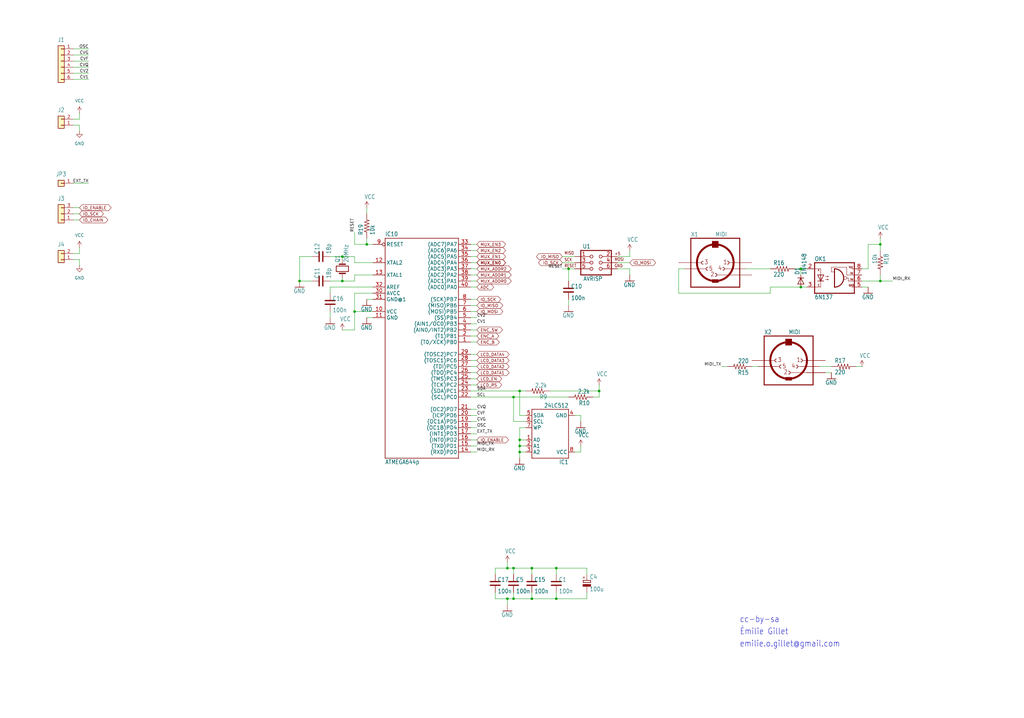
<source format=kicad_sch>
(kicad_sch (version 20250114) (generator "eeschema") (generator_version "9.0")
  (paper "User" 425.45 298.602)
  (lib_symbols
    (symbol "Connector_Generic:Conn_01x01" (pin_names (offset 1.016) (hide yes))
      (property "Reference" "J" (at 0 2.54 0))
      (property "Value" "Conn_01x01" (at 0 -2.54 0))
      (symbol "Conn_01x01_1_1"
        (pin passive line (at -5.08 0 0) (length 3.81) (name "Pin_1") (number "1"))
      )
    )
    (symbol "Connector_Generic:Conn_01x02" (pin_names (offset 1.016) (hide yes))
      (property "Reference" "J" (at 0 2.54 0))
      (property "Value" "Conn_01x02" (at 0 -5.08 0))
      (symbol "Conn_01x02_1_1"
        (pin passive line (at -5.08 0 0) (length 3.81) (name "Pin_1") (number "1"))
        (pin passive line (at -5.08 -2.54 0) (length 3.81) (name "Pin_2") (number "2"))
      )
    )
    (symbol "Connector_Generic:Conn_01x03" (pin_names (offset 1.016) (hide yes))
      (property "Reference" "J" (at 0 5.08 0))
      (property "Value" "Conn_01x03" (at 0 -5.08 0))
      (symbol "Conn_01x03_1_1"
        (pin passive line (at -5.08 2.54 0) (length 3.81) (name "Pin_1") (number "1"))
        (pin passive line (at -5.08 0 0) (length 3.81) (name "Pin_2") (number "2"))
        (pin passive line (at -5.08 -2.54 0) (length 3.81) (name "Pin_3") (number "3"))
      )
    )
    (symbol "Connector_Generic:Conn_01x06" (pin_names (offset 1.016) (hide yes))
      (property "Reference" "J" (at 0 7.62 0))
      (property "Value" "Conn_01x06" (at 0 -10.16 0))
      (symbol "Conn_01x06_1_1"
        (pin passive line (at -5.08 5.08 0) (length 3.81) (name "Pin_1") (number "1"))
        (pin passive line (at -5.08 2.54 0) (length 3.81) (name "Pin_2") (number "2"))
        (pin passive line (at -5.08 0 0) (length 3.81) (name "Pin_3") (number "3"))
        (pin passive line (at -5.08 -2.54 0) (length 3.81) (name "Pin_4") (number "4"))
        (pin passive line (at -5.08 -5.08 0) (length 3.81) (name "Pin_5") (number "5"))
        (pin passive line (at -5.08 -7.62 0) (length 3.81) (name "Pin_6") (number "6"))
      )
    )
    (symbol "Device:C" (pin_numbers (hide yes)) (pin_names (offset 0.254))
      (property "Reference" "C" (at 0.635 2.54 0))
      (property "Value" "C" (at 0.635 -2.54 0))
      (symbol "C_1_1"
        (pin passive line (at 0 3.81 270) (length 2.794) (name "~") (number "1"))
        (pin passive line (at 0 -3.81 90) (length 2.794) (name "~") (number "2"))
      )
    )
    (symbol "Device:Crystal" (pin_numbers (hide yes)) (pin_names (offset 1.016) (hide yes))
      (property "Reference" "Y" (at 0 3.81 0))
      (property "Value" "Crystal" (at 0 -3.81 0))
      (symbol "Crystal_1_1"
        (pin passive line (at -3.81 0 0) (length 1.27) (name "1") (number "1"))
        (pin passive line (at 3.81 0 180) (length 1.27) (name "2") (number "2"))
      )
    )
    (symbol "power:GND" (power) (pin_numbers (hide yes)) (pin_names (offset 0) (hide yes))
      (property "Value" "GND" (at 0 -3.81 0))
      (symbol "GND_1_1"
        (pin power_in line (at 0 0 270) (length 0) (name "~") (number "1"))
      )
    )
    (symbol "power:VCC" (power) (pin_numbers (hide yes)) (pin_names (offset 0) (hide yes))
      (property "Value" "VCC" (at 0 3.556 0))
      (symbol "VCC_1_1"
        (pin power_in line (at 0 0 90) (length 0) (name "~") (number "1"))
      )
    )
    (symbol "shruthi_control_board_xt_v03-eagle-import:6N137"
      (property "Reference" "OK" (at -9.525 8.255 0))
      (symbol "6N137_1_0"
        (text "A" (at -8.255 4.064 0) (effects (font (size 0.8128 0.6908)) (justify left bottom)))
        (text "C" (at -8.255 -2.286 0) (effects (font (size 0.8128 0.6908)) (justify left bottom)))
        (text "Vcc" (at 4.572 5.334 0) (effects (font (size 0.8128 0.6908)) (justify left bottom)))
        (text "GND" (at 4.572 -2.286 0) (effects (font (size 0.8128 0.6908)) (justify left bottom)))
        (text "Ve" (at 5.207 2.794 0) (effects (font (size 0.8128 0.6908)) (justify left bottom)))
        (text "Vo" (at 5.207 0.254 0) (effects (font (size 0.8128 0.6908)) (justify left bottom)))
        (pin passive line (at -12.7 5.08 0) (length 2.54) (name "A") (number "2"))
        (pin passive line (at -12.7 -2.54 0) (length 2.54) (name "C") (number "3"))
        (pin passive line (at 10.16 5.08 180) (length 2.54) (name "VCC") (number "8"))
        (pin passive line (at 10.16 2.54 180) (length 2.54) (name "VE") (number "7"))
        (pin passive line (at 10.16 0 180) (length 2.54) (name "VO") (number "6"))
        (pin passive line (at 10.16 -2.54 180) (length 2.54) (name "GND") (number "5"))
      )
    )
    (symbol "shruthi_control_board_xt_v03-eagle-import:AT24CP"
      (property "Reference" "IC" (at -7.62 10.795 0))
      (symbol "AT24CP_1_0"
        (pin power_in line (at -10.16 7.62 0) (length 2.54) (name "VCC") (number "8"))
        (pin power_in line (at -10.16 -7.62 0) (length 2.54) (name "GND") (number "4"))
        (pin input line (at 10.16 7.62 180) (length 2.54) (name "A2") (number "3"))
        (pin input line (at 10.16 5.08 180) (length 2.54) (name "A1") (number "2"))
        (pin input line (at 10.16 2.54 180) (length 2.54) (name "A0") (number "1"))
        (pin input line (at 10.16 -2.54 180) (length 2.54) (name "WP") (number "7"))
        (pin bidirectional line (at 10.16 -5.08 180) (length 2.54) (name "SCL") (number "6"))
        (pin bidirectional line (at 10.16 -7.62 180) (length 2.54) (name "SDA") (number "5"))
      )
    )
    (symbol "shruthi_control_board_xt_v03-eagle-import:AVR_SPI_PRG_6PTH"
      (symbol "AVR_SPI_PRG_6PTH_1_0"
        (text "MISO" (at -11.938 3.302 0) (effects (font (size 1.27 1.0795)) (justify left bottom)))
        (text "SCK" (at -11.938 0.508 0) (effects (font (size 1.27 1.0795)) (justify left bottom)))
        (text "RESET" (at -11.938 -2.032 0) (effects (font (size 1.27 1.0795)) (justify left bottom)))
        (text "+5" (at 8.89 3.048 0) (effects (font (size 1.27 1.0795)) (justify left bottom)))
        (text "MOSI" (at 8.89 0.635 0) (effects (font (size 1.27 1.0795)) (justify left bottom)))
        (text "GND" (at 8.89 -2.032 0) (effects (font (size 1.27 1.0795)) (justify left bottom)))
        (pin passive inverted (at -7.62 2.54 0) (length 7.62) (name "1") (number "1"))
        (pin passive inverted (at -7.62 0 0) (length 7.62) (name "3") (number "3"))
        (pin passive inverted (at -7.62 -2.54 0) (length 7.62) (name "5") (number "5"))
        (pin passive inverted (at 10.16 2.54 180) (length 7.62) (name "2") (number "2"))
        (pin passive inverted (at 10.16 0 180) (length 7.62) (name "4") (number "4"))
        (pin passive inverted (at 10.16 -2.54 180) (length 7.62) (name "6") (number "6"))
      )
    )
    (symbol "shruthi_control_board_xt_v03-eagle-import:CPOL-EUE2.5-7"
      (property "Reference" "C" (at 1.143 0.4826 0))
      (symbol "CPOL-EUE2.5-7_1_0"
        (text "+" (at -0.5842 0.4064 900) (effects (font (size 1.27 1.0795)) (justify left bottom)))
        (pin passive line (at 0 2.54 270) (length 2.54) (name "+") (number "+"))
        (pin passive line (at 0 -5.08 90) (length 2.54) (name "-") (number "-"))
      )
    )
    (symbol "shruthi_control_board_xt_v03-eagle-import:DIODE-D-5"
      (property "Reference" "D" (at 2.54 0.4826 0))
      (symbol "DIODE-D-5_1_0"
        (pin passive line (at -2.54 0 0) (length 2.54) (name "A") (number "A"))
        (pin passive line (at 2.54 0 180) (length 2.54) (name "C") (number "C"))
      )
    )
    (symbol "shruthi_control_board_xt_v03-eagle-import:GND" (power)
      (symbol "GND_1_0"
        (pin power_in line (at 0 2.54 270) (length 2.54) (name "GND") (number "1"))
      )
    )
    (symbol "shruthi_control_board_xt_v03-eagle-import:MAB5SH"
      (property "Reference" "X" (at -10.16 10.795 0))
      (symbol "MAB5SH_1_0"
        (text "3" (at -4.572 -0.762 0) (effects (font (size 1.778 1.5113)) (justify left bottom)))
        (text "5" (at -2.667 -3.429 0) (effects (font (size 1.778 1.5113)) (justify left bottom)))
        (text "2" (at -2.032 -5.842 0) (effects (font (size 1.778 1.5113)) (justify left bottom)))
        (text "4" (at 1.143 -3.302 0) (effects (font (size 1.778 1.5113)) (justify left bottom)))
        (text "1" (at 3.302 -0.762 0) (effects (font (size 1.778 1.5113)) (justify left bottom)))
        (pin passive line (at -15.24 0 0) (length 7.62) (name "3") (number "3"))
        (pin passive line (at -12.7 -2.54 0) (length 7.62) (name "5") (number "5"))
        (pin passive line (at 12.7 -2.54 180) (length 7.62) (name "4") (number "4"))
        (pin passive line (at 15.24 0 180) (length 7.62) (name "1") (number "1"))
        (pin passive line (at 15.24 -5.08 180) (length 7.62) (name "2") (number "2"))
      )
    )
    (symbol "shruthi_control_board_xt_v03-eagle-import:MEGA16-P"
      (property "Reference" "IC" (at -15.24 43.942 0))
      (symbol "MEGA16-P_1_0"
        (pin input inverted (at -20.32 40.64 0) (length 5.08) (name "RESET") (number "9"))
        (pin bidirectional line (at -20.32 33.02 0) (length 5.08) (name "XTAL2") (number "12"))
        (pin bidirectional line (at -20.32 27.94 0) (length 5.08) (name "XTAL1") (number "13"))
        (pin passive line (at -20.32 22.86 0) (length 5.08) (name "AREF") (number "32"))
        (pin power_in line (at -20.32 20.32 0) (length 5.08) (name "AVCC") (number "30"))
        (pin power_in line (at -20.32 17.78 0) (length 5.08) (name "GND@1") (number "31"))
        (pin power_in line (at -20.32 12.7 0) (length 5.08) (name "VCC") (number "10"))
        (pin power_in line (at -20.32 10.16 0) (length 5.08) (name "GND") (number "11"))
        (pin bidirectional line (at 20.32 40.64 180) (length 5.08) (name "(ADC7)PA7") (number "33"))
        (pin bidirectional line (at 20.32 38.1 180) (length 5.08) (name "(ADC6)PA6") (number "34"))
        (pin bidirectional line (at 20.32 35.56 180) (length 5.08) (name "(ADC5)PA5") (number "35"))
        (pin bidirectional line (at 20.32 33.02 180) (length 5.08) (name "(ADC4)PA4") (number "36"))
        (pin bidirectional line (at 20.32 30.48 180) (length 5.08) (name "(ADC3)PA3") (number "37"))
        (pin bidirectional line (at 20.32 27.94 180) (length 5.08) (name "(ADC2)PA2") (number "38"))
        (pin bidirectional line (at 20.32 25.4 180) (length 5.08) (name "(ADC1)PA1") (number "39"))
        (pin bidirectional line (at 20.32 22.86 180) (length 5.08) (name "(ADC0)PA0") (number "40"))
        (pin bidirectional line (at 20.32 17.78 180) (length 5.08) (name "(SCK)PB7") (number "8"))
        (pin bidirectional line (at 20.32 15.24 180) (length 5.08) (name "(MISO)PB6") (number "7"))
        (pin bidirectional line (at 20.32 12.7 180) (length 5.08) (name "(MOSI)PB5") (number "6"))
        (pin bidirectional line (at 20.32 10.16 180) (length 5.08) (name "(SS)PB4") (number "5"))
        (pin bidirectional line (at 20.32 7.62 180) (length 5.08) (name "(AIN1/OC0)PB3") (number "4"))
        (pin bidirectional line (at 20.32 5.08 180) (length 5.08) (name "(AIN0/INT2)PB2") (number "3"))
        (pin bidirectional line (at 20.32 2.54 180) (length 5.08) (name "(T1)PB1") (number "2"))
        (pin bidirectional line (at 20.32 0 180) (length 5.08) (name "(T0/XCK)PB0") (number "1"))
        (pin bidirectional line (at 20.32 -5.08 180) (length 5.08) (name "(TOSC2)PC7") (number "29"))
        (pin bidirectional line (at 20.32 -7.62 180) (length 5.08) (name "(TOSC1)PC6") (number "28"))
        (pin bidirectional line (at 20.32 -10.16 180) (length 5.08) (name "(TDI)PC5") (number "27"))
        (pin bidirectional line (at 20.32 -12.7 180) (length 5.08) (name "(TDO)PC4") (number "26"))
        (pin bidirectional line (at 20.32 -15.24 180) (length 5.08) (name "(TMS)PC3") (number "25"))
        (pin bidirectional line (at 20.32 -17.78 180) (length 5.08) (name "(TCK)PC2") (number "24"))
        (pin bidirectional line (at 20.32 -20.32 180) (length 5.08) (name "(SDA)PC1") (number "23"))
        (pin bidirectional line (at 20.32 -22.86 180) (length 5.08) (name "(SCL)PC0") (number "22"))
        (pin bidirectional line (at 20.32 -27.94 180) (length 5.08) (name "(OC2)PD7") (number "21"))
        (pin bidirectional line (at 20.32 -30.48 180) (length 5.08) (name "(ICP)PD6") (number "20"))
        (pin bidirectional line (at 20.32 -33.02 180) (length 5.08) (name "(OC1A)PD5") (number "19"))
        (pin bidirectional line (at 20.32 -35.56 180) (length 5.08) (name "(OC1B)PD4") (number "18"))
        (pin bidirectional line (at 20.32 -38.1 180) (length 5.08) (name "(INT1)PD3") (number "17"))
        (pin bidirectional line (at 20.32 -40.64 180) (length 5.08) (name "(INT0)PD2") (number "16"))
        (pin bidirectional line (at 20.32 -43.18 180) (length 5.08) (name "(TXD)PD1") (number "15"))
        (pin bidirectional line (at 20.32 -45.72 180) (length 5.08) (name "(RXD)PD0") (number "14"))
      )
    )
    (symbol "shruthi_control_board_xt_v03-eagle-import:R-US_0204/7"
      (property "Reference" "R" (at -3.81 1.4986 0))
      (symbol "R-US_0204/7_1_0"
        (pin passive line (at -5.08 0 0) (length 2.54) (name "1") (number "1"))
        (pin passive line (at 5.08 0 180) (length 2.54) (name "2") (number "2"))
      )
    )
  )
  (text "cc-by-sa" (at 307.34 259.08 0) (effects (font (size 2.54 2.159)) (justify left bottom)))
  (text "Émilie Gillet" (at 307.34 264.16 0) (effects (font (size 2.54 2.159)) (justify left bottom)))
  (text "emilie.o.gillet@gmail.com" (at 307.34 269.24 0) (effects (font (size 2.54 2.159)) (justify left bottom)))
  (junction (at 365.76 101.6))
  (junction (at 142.24 116.84))
  (junction (at 248.92 162.56))
  (junction (at 124.46 116.84))
  (junction (at 332.74 119.38))
  (junction (at 220.98 248.92))
  (junction (at 152.4 101.6))
  (junction (at 215.9 187.96))
  (junction (at 231.14 236.22))
  (junction (at 213.36 236.22))
  (junction (at 210.82 236.22))
  (junction (at 215.9 182.88))
  (junction (at 147.32 129.54))
  (junction (at 215.9 162.56))
  (junction (at 220.98 236.22))
  (junction (at 215.9 185.42))
  (junction (at 142.24 106.68))
  (junction (at 332.74 111.76))
  (junction (at 231.14 248.92))
  (junction (at 213.36 165.1))
  (junction (at 213.36 248.92))
  (junction (at 210.82 248.92))
  (junction (at 365.76 116.84))
  (junction (at 236.22 111.76))
  (wire (pts (xy 30.48 88.9) (xy 33.02 88.9)) (stroke (width 0.1524)))
  (wire (pts (xy 137.16 119.38) (xy 154.94 119.38)) (stroke (width 0.1524)))
  (wire (pts (xy 210.82 248.92) (xy 213.36 248.92)) (stroke (width 0.1524)))
  (wire (pts (xy 195.58 116.84) (xy 198.12 116.84)) (stroke (width 0.1524)))
  (wire (pts (xy 195.58 139.7) (xy 198.12 139.7)) (stroke (width 0.1524)))
  (wire (pts (xy 30.48 49.53) (xy 33.02 49.53)))
  (wire (pts (xy 358.14 116.84) (xy 365.76 116.84)) (stroke (width 0.1524)))
  (wire (pts (xy 342.9 154.94) (xy 345.44 154.94)) (stroke (width 0.1524)))
  (wire (pts (xy 195.58 177.8) (xy 198.12 177.8)) (stroke (width 0.1524)))
  (wire (pts (xy 198.12 180.34) (xy 195.58 180.34)) (stroke (width 0.1524)))
  (wire (pts (xy 30.48 30.48) (xy 36.83 30.48)) (stroke (width 0.1524)))
  (wire (pts (xy 215.9 187.96) (xy 215.9 190.5)) (stroke (width 0.1524)))
  (wire (pts (xy 256.54 109.22) (xy 261.62 109.22)) (stroke (width 0.1524)))
  (wire (pts (xy 36.83 20.32) (xy 30.48 20.32)))
  (wire (pts (xy 213.36 236.22) (xy 220.98 236.22)) (stroke (width 0.1524)))
  (wire (pts (xy 238.76 109.22) (xy 233.68 109.22)) (stroke (width 0.1524)))
  (wire (pts (xy 231.14 248.92) (xy 231.14 246.38)) (stroke (width 0.1524)))
  (wire (pts (xy 215.9 185.42) (xy 215.9 187.96)) (stroke (width 0.1524)))
  (wire (pts (xy 142.24 116.84) (xy 147.32 116.84)) (stroke (width 0.1524)))
  (wire (pts (xy 147.32 116.84) (xy 147.32 114.3)) (stroke (width 0.1524)))
  (wire (pts (xy 195.58 182.88) (xy 198.12 182.88)) (stroke (width 0.1524)))
  (wire (pts (xy 360.68 111.76) (xy 360.68 101.6)) (stroke (width 0.1524)))
  (wire (pts (xy 210.82 236.22) (xy 210.82 233.68)) (stroke (width 0.1524)))
  (wire (pts (xy 137.16 121.92) (xy 137.16 119.38)) (stroke (width 0.1524)))
  (wire (pts (xy 195.58 185.42) (xy 198.12 185.42)) (stroke (width 0.1524)))
  (wire (pts (xy 261.62 106.68) (xy 261.62 104.14)) (stroke (width 0.1524)))
  (wire (pts (xy 238.76 106.68) (xy 233.68 106.68)) (stroke (width 0.1524)))
  (wire (pts (xy 147.32 121.92) (xy 147.32 129.54)) (stroke (width 0.1524)))
  (wire (pts (xy 195.58 170.18) (xy 198.12 170.18)) (stroke (width 0.1524)))
  (wire (pts (xy 195.58 104.14) (xy 198.12 104.14)) (stroke (width 0.1524)))
  (wire (pts (xy 195.58 106.68) (xy 198.12 106.68)) (stroke (width 0.1524)))
  (wire (pts (xy 137.16 106.68) (xy 142.24 106.68)) (stroke (width 0.1524)))
  (wire (pts (xy 33.02 52.07) (xy 33.02 54.61)) (stroke (width 0.1524)))
  (wire (pts (xy 238.76 172.72) (xy 241.3 172.72)) (stroke (width 0.1524)))
  (wire (pts (xy 330.2 111.76) (xy 332.74 111.76)) (stroke (width 0.1524)))
  (wire (pts (xy 33.02 49.53) (xy 33.02 46.99)))
  (wire (pts (xy 154.94 129.54) (xy 147.32 129.54)) (stroke (width 0.1524)))
  (wire (pts (xy 195.58 101.6) (xy 198.12 101.6)) (stroke (width 0.1524)))
  (wire (pts (xy 238.76 187.96) (xy 241.3 187.96)) (stroke (width 0.1524)))
  (wire (pts (xy 340.36 152.4) (xy 345.44 152.4)) (stroke (width 0.1524)))
  (wire (pts (xy 30.48 33.02) (xy 36.83 33.02)) (stroke (width 0.1524)))
  (wire (pts (xy 256.54 106.68) (xy 261.62 106.68)) (stroke (width 0.1524)))
  (wire (pts (xy 238.76 111.76) (xy 236.22 111.76)) (stroke (width 0.1524)))
  (wire (pts (xy 137.16 129.54) (xy 137.16 132.08)) (stroke (width 0.1524)))
  (wire (pts (xy 137.16 116.84) (xy 142.24 116.84)) (stroke (width 0.1524)))
  (wire (pts (xy 147.32 137.16) (xy 142.24 137.16)) (stroke (width 0.1524)))
  (wire (pts (xy 320.04 121.92) (xy 320.04 119.38)) (stroke (width 0.1524)))
  (wire (pts (xy 215.9 177.8) (xy 215.9 182.88)) (stroke (width 0.1524)))
  (wire (pts (xy 228.6 162.56) (xy 248.92 162.56)) (stroke (width 0.1524)))
  (wire (pts (xy 195.58 157.48) (xy 198.12 157.48)) (stroke (width 0.1524)))
  (wire (pts (xy 147.32 129.54) (xy 147.32 137.16)) (stroke (width 0.1524)))
  (wire (pts (xy 243.84 248.92) (xy 243.84 246.38)) (stroke (width 0.1524)))
  (wire (pts (xy 198.12 127) (xy 195.58 127)) (stroke (width 0.1524)))
  (wire (pts (xy 195.58 172.72) (xy 198.12 172.72)) (stroke (width 0.1524)))
  (wire (pts (xy 218.44 185.42) (xy 215.9 185.42)) (stroke (width 0.1524)))
  (wire (pts (xy 236.22 111.76) (xy 233.68 111.76)) (stroke (width 0.1524)))
  (wire (pts (xy 218.44 182.88) (xy 215.9 182.88)) (stroke (width 0.1524)))
  (wire (pts (xy 205.74 238.76) (xy 205.74 236.22)) (stroke (width 0.1524)))
  (wire (pts (xy 142.24 115.57) (xy 142.24 116.84)))
  (wire (pts (xy 152.4 101.6) (xy 152.4 99.06)) (stroke (width 0.1524)))
  (wire (pts (xy 195.58 162.56) (xy 215.9 162.56)) (stroke (width 0.1524)))
  (wire (pts (xy 332.74 119.38) (xy 335.28 119.38)) (stroke (width 0.1524)))
  (wire (pts (xy 355.6 152.4) (xy 358.14 152.4)) (stroke (width 0.1524)))
  (wire (pts (xy 33.02 91.44) (xy 30.48 91.44)) (stroke (width 0.1524)))
  (wire (pts (xy 213.36 248.92) (xy 220.98 248.92)) (stroke (width 0.1524)))
  (wire (pts (xy 198.12 149.86) (xy 195.58 149.86)) (stroke (width 0.1524)))
  (wire (pts (xy 195.58 119.38) (xy 198.12 119.38)) (stroke (width 0.1524)))
  (wire (pts (xy 281.94 121.92) (xy 320.04 121.92)) (stroke (width 0.1524)))
  (wire (pts (xy 30.48 107.95) (xy 33.02 107.95)))
  (wire (pts (xy 195.58 109.22) (xy 198.12 109.22)) (stroke (width 0.1524)))
  (wire (pts (xy 142.24 106.68) (xy 142.24 107.95)))
  (wire (pts (xy 309.88 111.76) (xy 320.04 111.76)) (stroke (width 0.1524)))
  (wire (pts (xy 220.98 236.22) (xy 231.14 236.22)) (stroke (width 0.1524)))
  (wire (pts (xy 220.98 248.92) (xy 220.98 246.38)) (stroke (width 0.1524)))
  (wire (pts (xy 205.74 248.92) (xy 210.82 248.92)) (stroke (width 0.1524)))
  (wire (pts (xy 218.44 187.96) (xy 215.9 187.96)) (stroke (width 0.1524)))
  (wire (pts (xy 147.32 109.22) (xy 147.32 106.68)) (stroke (width 0.1524)))
  (wire (pts (xy 210.82 248.92) (xy 210.82 251.46)) (stroke (width 0.1524)))
  (wire (pts (xy 365.76 114.3) (xy 365.76 116.84)) (stroke (width 0.1524)))
  (wire (pts (xy 213.36 236.22) (xy 213.36 238.76)) (stroke (width 0.1524)))
  (wire (pts (xy 205.74 236.22) (xy 210.82 236.22)) (stroke (width 0.1524)))
  (wire (pts (xy 231.14 236.22) (xy 243.84 236.22)) (stroke (width 0.1524)))
  (wire (pts (xy 195.58 129.54) (xy 198.12 129.54)) (stroke (width 0.1524)))
  (wire (pts (xy 30.48 22.86) (xy 36.83 22.86)) (stroke (width 0.1524)))
  (wire (pts (xy 215.9 162.56) (xy 218.44 162.56)) (stroke (width 0.1524)))
  (wire (pts (xy 154.94 109.22) (xy 147.32 109.22)) (stroke (width 0.1524)))
  (wire (pts (xy 218.44 172.72) (xy 215.9 172.72)) (stroke (width 0.1524)))
  (wire (pts (xy 154.94 124.46) (xy 152.4 124.46)) (stroke (width 0.1524)))
  (wire (pts (xy 195.58 134.62) (xy 198.12 134.62)) (stroke (width 0.1524)))
  (wire (pts (xy 147.32 101.6) (xy 147.32 96.52)) (stroke (width 0.1524)))
  (wire (pts (xy 231.14 236.22) (xy 231.14 238.76)) (stroke (width 0.1524)))
  (wire (pts (xy 154.94 101.6) (xy 152.4 101.6)) (stroke (width 0.1524)))
  (wire (pts (xy 320.04 119.38) (xy 332.74 119.38)) (stroke (width 0.1524)))
  (wire (pts (xy 195.58 111.76) (xy 198.12 111.76)) (stroke (width 0.1524)))
  (wire (pts (xy 236.22 124.46) (xy 236.22 127)) (stroke (width 0.1524)))
  (wire (pts (xy 281.94 121.92) (xy 281.94 111.76)) (stroke (width 0.1524)))
  (wire (pts (xy 231.14 248.92) (xy 243.84 248.92)) (stroke (width 0.1524)))
  (wire (pts (xy 365.76 116.84) (xy 370.84 116.84)) (stroke (width 0.1524)))
  (wire (pts (xy 358.14 111.76) (xy 360.68 111.76)) (stroke (width 0.1524)))
  (wire (pts (xy 195.58 124.46) (xy 198.12 124.46)) (stroke (width 0.1524)))
  (wire (pts (xy 220.98 248.92) (xy 231.14 248.92)) (stroke (width 0.1524)))
  (wire (pts (xy 241.3 187.96) (xy 241.3 185.42)) (stroke (width 0.1524)))
  (wire (pts (xy 129.54 116.84) (xy 124.46 116.84)) (stroke (width 0.1524)))
  (wire (pts (xy 236.22 111.76) (xy 236.22 116.84)) (stroke (width 0.1524)))
  (wire (pts (xy 198.12 147.32) (xy 195.58 147.32)) (stroke (width 0.1524)))
  (wire (pts (xy 360.68 101.6) (xy 365.76 101.6)) (stroke (width 0.1524)))
  (wire (pts (xy 154.94 121.92) (xy 147.32 121.92)) (stroke (width 0.1524)))
  (wire (pts (xy 198.12 154.94) (xy 195.58 154.94)) (stroke (width 0.1524)))
  (wire (pts (xy 220.98 236.22) (xy 220.98 238.76)) (stroke (width 0.1524)))
  (wire (pts (xy 218.44 177.8) (xy 215.9 177.8)) (stroke (width 0.1524)))
  (wire (pts (xy 213.36 248.92) (xy 213.36 246.38)) (stroke (width 0.1524)))
  (wire (pts (xy 30.48 86.36) (xy 33.02 86.36)) (stroke (width 0.1524)))
  (wire (pts (xy 302.26 152.4) (xy 299.72 152.4)) (stroke (width 0.1524)))
  (wire (pts (xy 243.84 236.22) (xy 243.84 238.76)) (stroke (width 0.1524)))
  (wire (pts (xy 332.74 111.76) (xy 335.28 111.76)) (stroke (width 0.1524)))
  (wire (pts (xy 215.9 182.88) (xy 215.9 185.42)) (stroke (width 0.1524)))
  (wire (pts (xy 205.74 246.38) (xy 205.74 248.92)) (stroke (width 0.1524)))
  (wire (pts (xy 147.32 114.3) (xy 154.94 114.3)) (stroke (width 0.1524)))
  (wire (pts (xy 248.92 165.1) (xy 248.92 162.56)) (stroke (width 0.1524)))
  (wire (pts (xy 358.14 119.38) (xy 360.68 119.38)) (stroke (width 0.1524)))
  (wire (pts (xy 256.54 111.76) (xy 261.62 111.76)) (stroke (width 0.1524)))
  (wire (pts (xy 281.94 111.76) (xy 284.48 111.76)) (stroke (width 0.1524)))
  (wire (pts (xy 30.48 76.2) (xy 36.83 76.2)) (stroke (width 0.1524)))
  (wire (pts (xy 261.62 111.76) (xy 261.62 114.3)) (stroke (width 0.1524)))
  (wire (pts (xy 365.76 99.06) (xy 365.76 101.6)) (stroke (width 0.1524)))
  (wire (pts (xy 218.44 175.26) (xy 213.36 175.26)) (stroke (width 0.1524)))
  (wire (pts (xy 147.32 101.6) (xy 152.4 101.6)) (stroke (width 0.1524)))
  (wire (pts (xy 124.46 116.84) (xy 124.46 106.68)) (stroke (width 0.1524)))
  (wire (pts (xy 195.58 114.3) (xy 198.12 114.3)) (stroke (width 0.1524)))
  (wire (pts (xy 213.36 175.26) (xy 213.36 165.1)) (stroke (width 0.1524)))
  (wire (pts (xy 215.9 172.72) (xy 215.9 162.56)) (stroke (width 0.1524)))
  (wire (pts (xy 314.96 152.4) (xy 312.42 152.4)) (stroke (width 0.1524)))
  (wire (pts (xy 30.48 52.07) (xy 33.02 52.07)) (stroke (width 0.1524)))
  (wire (pts (xy 33.02 107.95) (xy 33.02 110.49)))
  (wire (pts (xy 33.02 102.87) (xy 33.02 105.41)))
  (wire (pts (xy 365.76 101.6) (xy 365.76 104.14)) (stroke (width 0.1524)))
  (wire (pts (xy 129.54 106.68) (xy 124.46 106.68)) (stroke (width 0.1524)))
  (wire (pts (xy 195.58 165.1) (xy 213.36 165.1)) (stroke (width 0.1524)))
  (wire (pts (xy 241.3 172.72) (xy 241.3 175.26)) (stroke (width 0.1524)))
  (wire (pts (xy 33.02 105.41) (xy 30.48 105.41)))
  (wire (pts (xy 152.4 132.08) (xy 154.94 132.08)) (stroke (width 0.1524)))
  (wire (pts (xy 195.58 142.24) (xy 198.12 142.24)) (stroke (width 0.1524)))
  (wire (pts (xy 210.82 236.22) (xy 213.36 236.22)) (stroke (width 0.1524)))
  (wire (pts (xy 198.12 160.02) (xy 195.58 160.02)) (stroke (width 0.1524)))
  (wire (pts (xy 142.24 106.68) (xy 147.32 106.68)) (stroke (width 0.1524)))
  (wire (pts (xy 195.58 137.16) (xy 198.12 137.16)) (stroke (width 0.1524)))
  (wire (pts (xy 30.48 27.94) (xy 36.83 27.94)) (stroke (width 0.1524)))
  (wire (pts (xy 152.4 86.36) (xy 152.4 88.9)) (stroke (width 0.1524)))
  (wire (pts (xy 195.58 132.08) (xy 198.12 132.08)) (stroke (width 0.1524)))
  (wire (pts (xy 248.92 162.56) (xy 248.92 160.02)) (stroke (width 0.1524)))
  (wire (pts (xy 30.48 25.4) (xy 36.83 25.4)) (stroke (width 0.1524)))
  (wire (pts (xy 213.36 165.1) (xy 236.22 165.1)) (stroke (width 0.1524)))
  (wire (pts (xy 195.58 187.96) (xy 198.12 187.96)) (stroke (width 0.1524)))
  (wire (pts (xy 195.58 175.26) (xy 198.12 175.26)) (stroke (width 0.1524)))
  (wire (pts (xy 332.74 114.3) (xy 332.74 111.76)) (stroke (width 0.1524)))
  (wire (pts (xy 246.38 165.1) (xy 248.92 165.1)) (stroke (width 0.1524)))
  (wire (pts (xy 198.12 152.4) (xy 195.58 152.4)) (stroke (width 0.1524)))
  (label "RESET" (at 147.32 96.52 90) (effects (font (size 1.2446 1.2446))))
  (label "CV2" (at 198.12 132.08 0) (effects (font (size 1.2446 1.2446))))
  (label "CVG" (at 198.12 175.26 0) (effects (font (size 1.2446 1.2446))))
  (label "OSC" (at 198.12 177.8 0) (effects (font (size 1.2446 1.2446))))
  (label "MIDI_RX" (at 198.12 187.96 0) (effects (font (size 1.2446 1.2446))))
  (label "MIDI_TX" (at 198.12 185.42 0) (effects (font (size 1.2446 1.2446))))
  (label "EXT_TX" (at 36.83 76.2 180) (effects (font (size 1.2446 1.2446))))
  (label "CVF" (at 36.83 25.4 180) (effects (font (size 1.2446 1.2446))))
  (label "CV1" (at 36.83 33.02 180) (effects (font (size 1.2446 1.2446))))
  (label "EXT_TX" (at 198.12 180.34 0) (effects (font (size 1.2446 1.2446))))
  (label "CV2" (at 36.83 30.48 180) (effects (font (size 1.2446 1.2446))))
  (label "OSC" (at 36.83 20.32 180) (effects (font (size 1.2446 1.2446))))
  (label "CVG" (at 36.83 22.86 180) (effects (font (size 1.2446 1.2446))))
  (label "CVF" (at 198.12 172.72 0) (effects (font (size 1.2446 1.2446))))
  (label "MIDI_TX" (at 299.72 152.4 180) (effects (font (size 1.2446 1.2446))))
  (label "CV1" (at 198.12 134.62 0) (effects (font (size 1.2446 1.2446))))
  (label "CVQ" (at 36.83 27.94 180) (effects (font (size 1.2446 1.2446))))
  (label "SCL" (at 198.12 165.1 0) (effects (font (size 1.2446 1.2446))))
  (label "MIDI_RX" (at 370.84 116.84 0) (effects (font (size 1.2446 1.2446))))
  (label "CVQ" (at 198.12 170.18 0) (effects (font (size 1.2446 1.2446))))
  (label "RESET" (at 233.68 111.76 180) (effects (font (size 1.2446 1.2446))))
  (label "SDA" (at 198.12 162.56 0) (effects (font (size 1.2446 1.2446))))
  (global_label "LCD_RS" (shape bidirectional) (at 198.12 160.02 0) (effects (font (size 1.2446 1.2446))) (property "Intersheetrefs" "${INTERSHEET_REFS}" (effects (hide yes))))
  (global_label "MUX_EN3" (shape bidirectional) (at 198.12 101.6 0) (effects (font (size 1.2446 1.2446))) (property "Intersheetrefs" "${INTERSHEET_REFS}" (effects (hide yes))))
  (global_label "LCD_DATA1" (shape bidirectional) (at 198.12 154.94 0) (effects (font (size 1.2446 1.2446))) (property "Intersheetrefs" "${INTERSHEET_REFS}" (effects (hide yes))))
  (global_label "LCD_DATA4" (shape bidirectional) (at 198.12 147.32 0) (effects (font (size 1.2446 1.2446))) (property "Intersheetrefs" "${INTERSHEET_REFS}" (effects (hide yes))))
  (global_label "IO_SCK" (shape bidirectional) (at 198.12 124.46 0) (effects (font (size 1.2446 1.2446))) (property "Intersheetrefs" "${INTERSHEET_REFS}" (effects (hide yes))))
  (global_label "IO_MISO" (shape bidirectional) (at 198.12 127 0) (effects (font (size 1.2446 1.2446))) (property "Intersheetrefs" "${INTERSHEET_REFS}" (effects (hide yes))))
  (global_label "LCD_EN" (shape bidirectional) (at 198.12 157.48 0) (effects (font (size 1.2446 1.2446))) (property "Intersheetrefs" "${INTERSHEET_REFS}" (effects (hide yes))))
  (global_label "LCD_DATA2" (shape bidirectional) (at 198.12 152.4 0) (effects (font (size 1.2446 1.2446))) (property "Intersheetrefs" "${INTERSHEET_REFS}" (effects (hide yes))))
  (global_label "ENC_A" (shape bidirectional) (at 198.12 139.7 0) (effects (font (size 1.2446 1.2446))) (property "Intersheetrefs" "${INTERSHEET_REFS}" (effects (hide yes))))
  (global_label "LCD_DATA3" (shape bidirectional) (at 198.12 149.86 0) (effects (font (size 1.2446 1.2446))) (property "Intersheetrefs" "${INTERSHEET_REFS}" (effects (hide yes))))
  (global_label "IO_SCK" (shape bidirectional) (at 233.68 109.22 180) (effects (font (size 1.2446 1.2446))) (property "Intersheetrefs" "${INTERSHEET_REFS}" (effects (hide yes))))
  (global_label "MUX_ADDR2" (shape bidirectional) (at 198.12 111.76 0) (effects (font (size 1.2446 1.2446))) (property "Intersheetrefs" "${INTERSHEET_REFS}" (effects (hide yes))))
  (global_label "ADC" (shape bidirectional) (at 198.12 119.38 0) (effects (font (size 1.2446 1.2446))) (property "Intersheetrefs" "${INTERSHEET_REFS}" (effects (hide yes))))
  (global_label "IO_MOSI" (shape bidirectional) (at 261.62 109.22 0) (effects (font (size 1.2446 1.2446))) (property "Intersheetrefs" "${INTERSHEET_REFS}" (effects (hide yes))))
  (global_label "IO_MOSI" (shape bidirectional) (at 198.12 129.54 0) (effects (font (size 1.2446 1.2446))) (property "Intersheetrefs" "${INTERSHEET_REFS}" (effects (hide yes))))
  (global_label "MUX_EN0" (shape bidirectional) (at 198.12 109.22 0) (effects (font (size 1.2446 1.2446))) (property "Intersheetrefs" "${INTERSHEET_REFS}" (effects (hide yes))))
  (global_label "IO_MISO" (shape bidirectional) (at 233.68 106.68 180) (effects (font (size 1.2446 1.2446))) (property "Intersheetrefs" "${INTERSHEET_REFS}" (effects (hide yes))))
  (global_label "MUX_EN0" (shape bidirectional) (at 198.12 109.22 0) (effects (font (size 1.2446 1.2446))) (property "Intersheetrefs" "${INTERSHEET_REFS}" (effects (hide yes))))
  (global_label "IO_ENABLE" (shape bidirectional) (at 198.12 182.88 0) (effects (font (size 1.2446 1.2446))) (property "Intersheetrefs" "${INTERSHEET_REFS}" (effects (hide yes))))
  (global_label "MUX_ADDR1" (shape bidirectional) (at 198.12 114.3 0) (effects (font (size 1.2446 1.2446))) (property "Intersheetrefs" "${INTERSHEET_REFS}" (effects (hide yes))))
  (global_label "ENC_SW" (shape bidirectional) (at 198.12 137.16 0) (effects (font (size 1.2446 1.2446))) (property "Intersheetrefs" "${INTERSHEET_REFS}" (effects (hide yes))))
  (global_label "IO_ENABLE" (shape bidirectional) (at 33.02 86.36 0) (effects (font (size 1.2446 1.2446))) (property "Intersheetrefs" "${INTERSHEET_REFS}" (effects (hide yes))))
  (global_label "ENC_B" (shape bidirectional) (at 198.12 142.24 0) (effects (font (size 1.2446 1.2446))) (property "Intersheetrefs" "${INTERSHEET_REFS}" (effects (hide yes))))
  (global_label "IO_SCK" (shape bidirectional) (at 33.02 88.9 0) (effects (font (size 1.2446 1.2446))) (property "Intersheetrefs" "${INTERSHEET_REFS}" (effects (hide yes))))
  (global_label "MUX_EN1" (shape bidirectional) (at 198.12 106.68 0) (effects (font (size 1.2446 1.2446))) (property "Intersheetrefs" "${INTERSHEET_REFS}" (effects (hide yes))))
  (global_label "MUX_ADDR0" (shape bidirectional) (at 198.12 116.84 0) (effects (font (size 1.2446 1.2446))) (property "Intersheetrefs" "${INTERSHEET_REFS}" (effects (hide yes))))
  (global_label "IO_CHAIN" (shape bidirectional) (at 33.02 91.44 0) (effects (font (size 1.2446 1.2446))) (property "Intersheetrefs" "${INTERSHEET_REFS}" (effects (hide yes))))
  (global_label "MUX_EN2" (shape bidirectional) (at 198.12 104.14 0) (effects (font (size 1.2446 1.2446))) (property "Intersheetrefs" "${INTERSHEET_REFS}" (effects (hide yes))))
  (symbol (lib_id "Device:C") (at 133.35 116.84 90) (unit 1)
    (property "Reference" "C11" (at 132.715 115.824 0) (effects (font (size 1.778 1.5113)) (justify left bottom)))
    (property "Value" "18p" (at 137.541 115.824 0) (effects (font (size 1.778 1.5113)) (justify left bottom)))
    (property "Footprint" "shruthi_control_board_xt_v03:C025-024X044" (effects (hide yes)))
    (property "Description" "Unpolarized capacitor" (effects (hide yes)))
  )
  (symbol (lib_id "Device:C") (at 137.16 125.73 0) (unit 1)
    (property "Reference" "C16" (at 138.176 125.095 0) (effects (font (size 1.778 1.5113)) (justify left bottom)))
    (property "Value" "100n" (at 138.176 129.921 0) (effects (font (size 1.778 1.5113)) (justify left bottom)))
    (property "Footprint" "shruthi_control_board_xt_v03:C025-024X044" (effects (hide yes)))
    (property "Description" "Unpolarized capacitor" (effects (hide yes)))
  )
  (symbol (lib_id "power:VCC") (at 248.92 160.02 0) (unit 1)
    (property "Reference" "#P+14" (effects (hide yes)))
    (property "Value" "VCC" (at 247.904 156.464 0) (effects (font (size 1.778 1.5113)) (justify left bottom)))
    (property "Description" "Power symbol creates a global label with name \"VCC\"" (effects (hide yes)))
  )
  (symbol (lib_id "Device:C") (at 205.74 242.57 0) (unit 1)
    (property "Reference" "C17" (at 206.756 241.935 0) (effects (font (size 1.778 1.5113)) (justify left bottom)))
    (property "Value" "100n" (at 206.756 246.761 0) (effects (font (size 1.778 1.5113)) (justify left bottom)))
    (property "Footprint" "shruthi_control_board_xt_v03:C025-024X044" (effects (hide yes)))
    (property "Description" "Unpolarized capacitor" (effects (hide yes)))
  )
  (symbol (lib_id "shruthi_control_board_xt_v03-eagle-import:MEGA16-P") (at 175.26 142.24 0) (unit 1)
    (property "Reference" "IC10" (at 160.02 98.298 0) (effects (font (size 1.778 1.5113)) (justify left bottom)))
    (property "Value" "ATMEGA644p" (at 160.02 193.04 0) (effects (font (size 1.778 1.5113)) (justify left bottom)))
    (property "Footprint" "shruthi_control_board_xt_v03:DIL40" (effects (hide yes)))
  )
  (symbol (lib_id "power:VCC") (at 241.3 185.42 0) (unit 1)
    (property "Reference" "#P+13" (effects (hide yes)))
    (property "Value" "VCC" (at 240.284 181.864 0) (effects (font (size 1.778 1.5113)) (justify left bottom)))
    (property "Description" "Power symbol creates a global label with name \"VCC\"" (effects (hide yes)))
  )
  (symbol (lib_id "shruthi_control_board_xt_v03-eagle-import:R-US_0204/7") (at 325.12 111.76 0) (unit 1)
    (property "Reference" "R16" (at 321.31 110.2614 0) (effects (font (size 1.778 1.5113)) (justify left bottom)))
    (property "Value" "220" (at 321.31 115.062 0) (effects (font (size 1.778 1.5113)) (justify left bottom)))
    (property "Footprint" "shruthi_control_board_xt_v03:0204_7" (effects (hide yes)))
  )
  (symbol (lib_id "shruthi_control_board_xt_v03-eagle-import:GND") (at 345.44 157.48 0) (unit 1)
    (property "Reference" "#GND11" (effects (hide yes)))
    (property "Value" "GND" (at 342.9 160.02 0) (effects (font (size 1.778 1.5113)) (justify left bottom)))
  )
  (symbol (lib_id "shruthi_control_board_xt_v03-eagle-import:GND") (at 215.9 193.04 0) (unit 1)
    (property "Reference" "#GND19" (effects (hide yes)))
    (property "Value" "GND" (at 213.36 195.58 0) (effects (font (size 1.778 1.5113)) (justify left bottom)))
  )
  (symbol (lib_id "shruthi_control_board_xt_v03-eagle-import:MAB5SH") (at 297.18 109.22 0) (unit 1)
    (property "Reference" "X1" (at 287.02 98.425 0) (effects (font (size 1.778 1.5113)) (justify left bottom)))
    (property "Value" "MIDI" (at 297.18 98.425 0) (effects (font (size 1.778 1.5113)) (justify left bottom)))
    (property "Footprint" "shruthi_control_board_xt_v03:MAB5SH" (effects (hide yes)))
  )
  (symbol (lib_id "power:VCC") (at 261.62 104.14 0) (unit 1)
    (property "Reference" "#P+15" (effects (hide yes)))
    (property "Value" "VCC" (at 260.604 100.584 0) (effects (font (size 1.778 1.5113)) (justify left bottom)))
    (property "Description" "Power symbol creates a global label with name \"VCC\"" (effects (hide yes)))
  )
  (symbol (lib_id "shruthi_control_board_xt_v03-eagle-import:CPOL-EUE2.5-7") (at 243.84 241.3 0) (unit 1)
    (property "Reference" "C4" (at 244.983 240.8174 0) (effects (font (size 1.778 1.5113)) (justify left bottom)))
    (property "Value" "100u" (at 244.983 245.8974 0) (effects (font (size 1.778 1.5113)) (justify left bottom)))
    (property "Footprint" "shruthi_control_board_xt_v03:E2,5-7" (effects (hide yes)))
  )
  (symbol (lib_id "shruthi_control_board_xt_v03-eagle-import:GND") (at 152.4 127 0) (unit 1)
    (property "Reference" "#GND20" (effects (hide yes)))
    (property "Value" "GND" (at 149.86 129.54 0) (effects (font (size 1.778 1.5113)) (justify left bottom)))
  )
  (symbol (lib_id "power:VCC") (at 210.82 233.68 0) (unit 1)
    (property "Reference" "#P+1" (effects (hide yes)))
    (property "Value" "VCC" (at 209.804 230.124 0) (effects (font (size 1.778 1.5113)) (justify left bottom)))
    (property "Description" "Power symbol creates a global label with name \"VCC\"" (effects (hide yes)))
  )
  (symbol (lib_id "Device:C") (at 220.98 242.57 0) (unit 1)
    (property "Reference" "C15" (at 221.996 241.935 0) (effects (font (size 1.778 1.5113)) (justify left bottom)))
    (property "Value" "100n" (at 221.996 246.761 0) (effects (font (size 1.778 1.5113)) (justify left bottom)))
    (property "Footprint" "shruthi_control_board_xt_v03:C025-024X044" (effects (hide yes)))
    (property "Description" "Unpolarized capacitor" (effects (hide yes)))
  )
  (symbol (lib_id "shruthi_control_board_xt_v03-eagle-import:R-US_0204/7") (at 241.3 165.1 180) (unit 1)
    (property "Reference" "R10" (at 245.11 166.5986 0) (effects (font (size 1.778 1.5113)) (justify left bottom)))
    (property "Value" "2.2k" (at 245.11 161.798 0) (effects (font (size 1.778 1.5113)) (justify left bottom)))
    (property "Footprint" "shruthi_control_board_xt_v03:0204_7" (effects (hide yes)))
  )
  (symbol (lib_id "Device:C") (at 236.22 120.65 0) (unit 1)
    (property "Reference" "C10" (at 237.236 120.015 0) (effects (font (size 1.778 1.5113)) (justify left bottom)))
    (property "Value" "100n" (at 237.236 124.841 0) (effects (font (size 1.778 1.5113)) (justify left bottom)))
    (property "Footprint" "shruthi_control_board_xt_v03:C025-024X044" (effects (hide yes)))
    (property "Description" "Unpolarized capacitor" (effects (hide yes)))
  )
  (symbol (lib_id "power:GND") (at 33.02 54.61 0) (unit 1)
    (property "Reference" "#PWR02" (effects (hide yes)))
    (property "Value" "GND" (at 33.02 59.69 0))
    (property "Description" "Power symbol creates a global label with name \"GND\" , ground" (effects (hide yes)))
  )
  (symbol (lib_id "Connector_Generic:Conn_01x06") (at 25.4 25.4 0) (mirror y) (unit 1)
    (property "Reference" "J1" (at 25.4 16.51 0) (effects (font (size 1.778 1.5113))))
    (property "Value" "CV" (effects (hide yes)))
    (property "Footprint" "shruthi_control_board_xt_v03:1X06" (effects (hide yes)))
    (property "Description" "Generic connector, single row, 01x06, script generated (kicad-library-utils/schlib/autogen/connector/)" (effects (hide yes)))
  )
  (symbol (lib_id "shruthi_control_board_xt_v03-eagle-import:AT24CP") (at 228.6 180.34 180) (unit 1)
    (property "Reference" "IC1" (at 236.22 191.135 0) (effects (font (size 1.778 1.5113)) (justify left bottom)))
    (property "Value" "24LC512" (at 236.22 167.64 0) (effects (font (size 1.778 1.5113)) (justify left bottom)))
    (property "Footprint" "shruthi_control_board_xt_v03:DIL08" (effects (hide yes)))
  )
  (symbol (lib_id "shruthi_control_board_xt_v03-eagle-import:R-US_0204/7") (at 365.76 109.22 270) (unit 1)
    (property "Reference" "R18" (at 367.2586 105.41 0) (effects (font (size 1.778 1.5113)) (justify left bottom)))
    (property "Value" "10k" (at 362.458 105.41 0) (effects (font (size 1.778 1.5113)) (justify left bottom)))
    (property "Footprint" "shruthi_control_board_xt_v03:0204_7" (effects (hide yes)))
  )
  (symbol (lib_id "shruthi_control_board_xt_v03-eagle-import:GND") (at 241.3 177.8 0) (unit 1)
    (property "Reference" "#GND18" (effects (hide yes)))
    (property "Value" "GND" (at 238.76 180.34 0) (effects (font (size 1.778 1.5113)) (justify left bottom)))
  )
  (symbol (lib_id "Device:C") (at 213.36 242.57 0) (unit 1)
    (property "Reference" "C5" (at 214.376 241.935 0) (effects (font (size 1.778 1.5113)) (justify left bottom)))
    (property "Value" "100n" (at 214.376 246.761 0) (effects (font (size 1.778 1.5113)) (justify left bottom)))
    (property "Footprint" "shruthi_control_board_xt_v03:C025-024X044" (effects (hide yes)))
    (property "Description" "Unpolarized capacitor" (effects (hide yes)))
  )
  (symbol (lib_id "shruthi_control_board_xt_v03-eagle-import:MAB5SH") (at 327.66 149.86 0) (unit 1)
    (property "Reference" "X2" (at 317.5 139.065 0) (effects (font (size 1.778 1.5113)) (justify left bottom)))
    (property "Value" "MIDI" (at 327.66 139.065 0) (effects (font (size 1.778 1.5113)) (justify left bottom)))
    (property "Footprint" "shruthi_control_board_xt_v03:MAB5SH" (effects (hide yes)))
  )
  (symbol (lib_id "shruthi_control_board_xt_v03-eagle-import:GND") (at 137.16 134.62 0) (unit 1)
    (property "Reference" "#GND17" (effects (hide yes)))
    (property "Value" "GND" (at 134.62 137.16 0) (effects (font (size 1.778 1.5113)) (justify left bottom)))
  )
  (symbol (lib_id "Connector_Generic:Conn_01x01") (at 25.4 76.2 180) (unit 1)
    (property "Reference" "JP3" (at 25.4 72.39 0) (effects (font (size 1.778 1.5113))))
    (property "Value" "M01PTH" (effects (hide yes)))
    (property "Footprint" "shruthi_control_board_xt_v03:1X01" (effects (hide yes)))
    (property "Description" "Generic connector, single row, 01x01, script generated (kicad-library-utils/schlib/autogen/connector/)" (effects (hide yes)))
  )
  (symbol (lib_id "shruthi_control_board_xt_v03-eagle-import:GND") (at 360.68 121.92 0) (unit 1)
    (property "Reference" "#GND12" (effects (hide yes)))
    (property "Value" "GND" (at 358.14 124.46 0) (effects (font (size 1.778 1.5113)) (justify left bottom)))
  )
  (symbol (lib_id "power:VCC") (at 365.76 99.06 0) (unit 1)
    (property "Reference" "#P+7" (effects (hide yes)))
    (property "Value" "VCC" (at 364.744 95.504 0) (effects (font (size 1.778 1.5113)) (justify left bottom)))
    (property "Description" "Power symbol creates a global label with name \"VCC\"" (effects (hide yes)))
  )
  (symbol (lib_id "shruthi_control_board_xt_v03-eagle-import:R-US_0204/7") (at 307.34 152.4 180) (unit 1)
    (property "Reference" "R15" (at 311.15 153.8986 0) (effects (font (size 1.778 1.5113)) (justify left bottom)))
    (property "Value" "220" (at 311.15 149.098 0) (effects (font (size 1.778 1.5113)) (justify left bottom)))
    (property "Footprint" "shruthi_control_board_xt_v03:0204_7" (effects (hide yes)))
  )
  (symbol (lib_id "power:VCC") (at 33.02 102.87 0) (unit 1)
    (property "Reference" "#PWR03" (effects (hide yes)))
    (property "Value" "VCC" (at 33.02 97.79 0))
    (property "Description" "Power symbol creates a global label with name \"VCC\"" (effects (hide yes)))
  )
  (symbol (lib_id "shruthi_control_board_xt_v03-eagle-import:GND") (at 152.4 134.62 0) (unit 1)
    (property "Reference" "#GND13" (effects (hide yes)))
    (property "Value" "GND" (at 149.86 137.16 0) (effects (font (size 1.778 1.5113)) (justify left bottom)))
  )
  (symbol (lib_id "shruthi_control_board_xt_v03-eagle-import:R-US_0204/7") (at 152.4 93.98 90) (unit 1)
    (property "Reference" "R19" (at 150.9014 97.79 0) (effects (font (size 1.778 1.5113)) (justify left bottom)))
    (property "Value" "10k" (at 155.702 97.79 0) (effects (font (size 1.778 1.5113)) (justify left bottom)))
    (property "Footprint" "shruthi_control_board_xt_v03:0204_7" (effects (hide yes)))
  )
  (symbol (lib_id "power:VCC") (at 152.4 86.36 0) (unit 1)
    (property "Reference" "#P+2" (effects (hide yes)))
    (property "Value" "VCC" (at 151.384 82.804 0) (effects (font (size 1.778 1.5113)) (justify left bottom)))
    (property "Description" "Power symbol creates a global label with name \"VCC\"" (effects (hide yes)))
  )
  (symbol (lib_id "Connector_Generic:Conn_01x02") (at 25.4 107.95 180) (unit 1)
    (property "Reference" "J4" (at 25.4 101.6 0) (effects (font (size 1.778 1.5113))))
    (property "Value" "POWER" (effects (hide yes)))
    (property "Footprint" "shruthi_control_board_xt_v03:1X02" (effects (hide yes)))
    (property "Description" "Generic connector, single row, 01x02, script generated (kicad-library-utils/schlib/autogen/connector/)" (effects (hide yes)))
  )
  (symbol (lib_id "Device:Crystal") (at 142.24 111.76 90) (unit 1)
    (property "Reference" "Q1" (at 141.224 109.22 0) (effects (font (size 1.778 1.5113)) (justify left bottom)))
    (property "Value" "20MHz" (at 144.78 109.22 0) (effects (font (size 1.778 1.5113)) (justify left bottom)))
    (property "Footprint" "shruthi_control_board_xt_v03:HC49U-V" (effects (hide yes)))
    (property "Description" "Two pin crystal" (effects (hide yes)))
  )
  (symbol (lib_id "shruthi_control_board_xt_v03-eagle-import:R-US_0204/7") (at 350.52 152.4 0) (unit 1)
    (property "Reference" "R17" (at 346.71 150.9014 0) (effects (font (size 1.778 1.5113)) (justify left bottom)))
    (property "Value" "220" (at 346.71 155.702 0) (effects (font (size 1.778 1.5113)) (justify left bottom)))
    (property "Footprint" "shruthi_control_board_xt_v03:0204_7" (effects (hide yes)))
  )
  (symbol (lib_id "shruthi_control_board_xt_v03-eagle-import:GND") (at 210.82 254 0) (unit 1)
    (property "Reference" "#GND1" (effects (hide yes)))
    (property "Value" "GND" (at 208.28 256.54 0) (effects (font (size 1.778 1.5113)) (justify left bottom)))
  )
  (symbol (lib_id "Connector_Generic:Conn_01x02") (at 25.4 52.07 180) (unit 1)
    (property "Reference" "J2" (at 25.4 45.72 0) (effects (font (size 1.778 1.5113))))
    (property "Value" "POWER" (effects (hide yes)))
    (property "Footprint" "shruthi_control_board_xt_v03:1X02" (effects (hide yes)))
    (property "Description" "Generic connector, single row, 01x02, script generated (kicad-library-utils/schlib/autogen/connector/)" (effects (hide yes)))
  )
  (symbol (lib_id "shruthi_control_board_xt_v03-eagle-import:GND") (at 261.62 116.84 0) (unit 1)
    (property "Reference" "#GND3" (effects (hide yes)))
    (property "Value" "GND" (at 259.08 119.38 0) (effects (font (size 1.778 1.5113)) (justify left bottom)))
  )
  (symbol (lib_id "Device:C") (at 231.14 242.57 0) (unit 1)
    (property "Reference" "C1" (at 232.156 241.935 0) (effects (font (size 1.778 1.5113)) (justify left bottom)))
    (property "Value" "100n" (at 232.156 246.761 0) (effects (font (size 1.778 1.5113)) (justify left bottom)))
    (property "Footprint" "shruthi_control_board_xt_v03:C025-024X044" (effects (hide yes)))
    (property "Description" "Unpolarized capacitor" (effects (hide yes)))
  )
  (symbol (lib_id "Connector_Generic:Conn_01x03") (at 25.4 88.9 180) (unit 1)
    (property "Reference" "J3" (at 25.4 82.55 0) (effects (font (size 1.778 1.5113))))
    (property "Value" "M03PTH" (effects (hide yes)))
    (property "Footprint" "shruthi_control_board_xt_v03:1X03" (effects (hide yes)))
    (property "Description" "Generic connector, single row, 01x03, script generated (kicad-library-utils/schlib/autogen/connector/)" (effects (hide yes)))
  )
  (symbol (lib_id "shruthi_control_board_xt_v03-eagle-import:R-US_0204/7") (at 223.52 162.56 180) (unit 1)
    (property "Reference" "R9" (at 227.33 164.0586 0) (effects (font (size 1.778 1.5113)) (justify left bottom)))
    (property "Value" "2.2k" (at 227.33 159.258 0) (effects (font (size 1.778 1.5113)) (justify left bottom)))
    (property "Footprint" "shruthi_control_board_xt_v03:0204_7" (effects (hide yes)))
  )
  (symbol (lib_id "shruthi_control_board_xt_v03-eagle-import:DIODE-D-5") (at 332.74 116.84 90) (unit 1)
    (property "Reference" "D1" (at 332.2574 114.3 0) (effects (font (size 1.778 1.5113)) (justify left bottom)))
    (property "Value" "1N4148" (at 335.0514 114.3 0) (effects (font (size 1.778 1.5113)) (justify left bottom)))
    (property "Footprint" "shruthi_control_board_xt_v03:D-5" (effects (hide yes)))
  )
  (symbol (lib_id "shruthi_control_board_xt_v03-eagle-import:GND") (at 236.22 129.54 0) (unit 1)
    (property "Reference" "#GND21" (effects (hide yes)))
    (property "Value" "GND" (at 233.68 132.08 0) (effects (font (size 1.778 1.5113)) (justify left bottom)))
  )
  (symbol (lib_id "power:VCC") (at 33.02 46.99 0) (unit 1)
    (property "Reference" "#PWR01" (effects (hide yes)))
    (property "Value" "VCC" (at 33.02 41.91 0))
    (property "Description" "Power symbol creates a global label with name \"VCC\"" (effects (hide yes)))
  )
  (symbol (lib_id "power:VCC") (at 142.24 137.16 0) (unit 1)
    (property "Reference" "#P+22" (effects (hide yes)))
    (property "Value" "VCC" (at 141.224 133.604 0) (effects (font (size 1.778 1.5113)) (justify left bottom)))
    (property "Description" "Power symbol creates a global label with name \"VCC\"" (effects (hide yes)))
  )
  (symbol (lib_id "Device:C") (at 133.35 106.68 90) (unit 1)
    (property "Reference" "C12" (at 132.715 105.664 0) (effects (font (size 1.778 1.5113)) (justify left bottom)))
    (property "Value" "18p" (at 137.541 105.664 0) (effects (font (size 1.778 1.5113)) (justify left bottom)))
    (property "Footprint" "shruthi_control_board_xt_v03:C025-024X044" (effects (hide yes)))
    (property "Description" "Unpolarized capacitor" (effects (hide yes)))
  )
  (symbol (lib_id "shruthi_control_board_xt_v03-eagle-import:AVR_SPI_PRG_6PTH") (at 246.38 109.22 0) (unit 1)
    (property "Reference" "U1" (at 242.062 103.378 0) (effects (font (size 1.778 1.5113)) (justify left bottom)))
    (property "Value" "AVRISP" (at 242.316 116.84 0) (effects (font (size 1.778 1.5113)) (justify left bottom)))
    (property "Footprint" "shruthi_control_board_xt_v03:2X3" (effects (hide yes)))
  )
  (symbol (lib_id "power:VCC") (at 358.14 152.4 0) (unit 1)
    (property "Reference" "#P+6" (effects (hide yes)))
    (property "Value" "VCC" (at 357.124 148.844 0) (effects (font (size 1.778 1.5113)) (justify left bottom)))
    (property "Description" "Power symbol creates a global label with name \"VCC\"" (effects (hide yes)))
  )
  (symbol (lib_id "shruthi_control_board_xt_v03-eagle-import:6N137") (at 347.98 116.84 0) (unit 1)
    (property "Reference" "OK1" (at 338.455 108.585 0) (effects (font (size 1.778 1.5113)) (justify left bottom)))
    (property "Value" "6N137" (at 338.455 124.46 0) (effects (font (size 1.778 1.5113)) (justify left bottom)))
    (property "Footprint" "shruthi_control_board_xt_v03:DIL08" (effects (hide yes)))
  )
  (symbol (lib_id "shruthi_control_board_xt_v03-eagle-import:GND") (at 124.46 119.38 0) (unit 1)
    (property "Reference" "#GND14" (effects (hide yes)))
    (property "Value" "GND" (at 121.92 121.92 0) (effects (font (size 1.778 1.5113)) (justify left bottom)))
  )
  (symbol (lib_id "power:GND") (at 33.02 110.49 0) (unit 1)
    (property "Reference" "#PWR04" (effects (hide yes)))
    (property "Value" "GND" (at 33.02 115.57 0))
    (property "Description" "Power symbol creates a global label with name \"GND\" , ground" (effects (hide yes)))
  )
)
</source>
